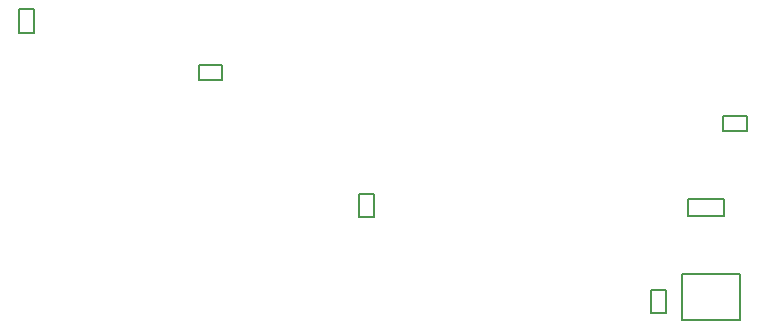
<source format=gbr>
%TF.GenerationSoftware,Altium Limited,Altium Designer,21.6.4 (81)*%
G04 Layer_Color=8388736*
%FSLAX43Y43*%
%MOMM*%
%TF.SameCoordinates,3FCC9EDD-E33D-4AE7-AC82-89E58AA9E509*%
%TF.FilePolarity,Positive*%
%TF.FileFunction,Other,Bottom_3D_Body*%
%TF.Part,Single*%
G01*
G75*
%TA.AperFunction,NonConductor*%
%ADD85C,0.200*%
D85*
X66003Y12473D02*
Y13873D01*
Y12473D02*
X69003D01*
Y13873D01*
X66003D02*
X69003D01*
X70344Y3659D02*
Y7559D01*
X65444D02*
X70344D01*
X65444Y3659D02*
Y7559D01*
Y3659D02*
X70344D01*
X62866Y4218D02*
Y6218D01*
Y4218D02*
X64116D01*
Y6218D01*
X62866D02*
X64116D01*
X9357Y27981D02*
Y29981D01*
Y27981D02*
X10607D01*
Y29981D01*
X9357D02*
X10607D01*
X70952Y19644D02*
Y20894D01*
X68952Y19644D02*
X70952D01*
X68952D02*
Y20894D01*
X70952D01*
X38085Y12360D02*
X39335D01*
X38085D02*
Y14360D01*
X39335D01*
Y12360D02*
Y14360D01*
X24527Y23962D02*
Y25212D01*
X26527D01*
Y23962D02*
Y25212D01*
X24527Y23962D02*
X26527D01*
%TF.MD5,f5e0967416456d86f75cd94a41edbcc0*%
M02*

</source>
